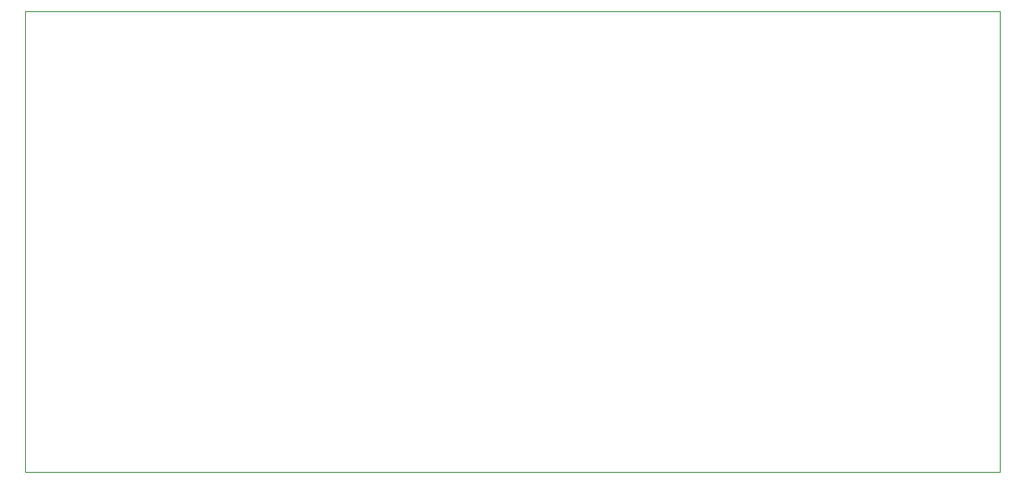
<source format=gbr>
%TF.GenerationSoftware,KiCad,Pcbnew,(5.1.10-1-10_14)*%
%TF.CreationDate,2021-11-14T12:00:46-05:00*%
%TF.ProjectId,clockv2,636c6f63-6b76-4322-9e6b-696361645f70,rev?*%
%TF.SameCoordinates,Original*%
%TF.FileFunction,Profile,NP*%
%FSLAX46Y46*%
G04 Gerber Fmt 4.6, Leading zero omitted, Abs format (unit mm)*
G04 Created by KiCad (PCBNEW (5.1.10-1-10_14)) date 2021-11-14 12:00:46*
%MOMM*%
%LPD*%
G01*
G04 APERTURE LIST*
%TA.AperFunction,Profile*%
%ADD10C,0.050000*%
%TD*%
G04 APERTURE END LIST*
D10*
X177546000Y-29718000D02*
X218948000Y-29718000D01*
X177546000Y-74930000D02*
X177546000Y-29718000D01*
X273050000Y-74930000D02*
X177546000Y-74930000D01*
X273050000Y-29718000D02*
X273050000Y-74930000D01*
X218948000Y-29718000D02*
X273050000Y-29718000D01*
M02*

</source>
